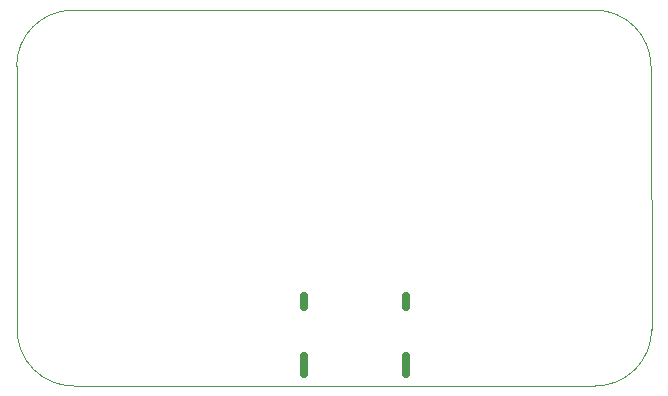
<source format=gbr>
%TF.GenerationSoftware,KiCad,Pcbnew,8.0.8*%
%TF.CreationDate,2025-02-23T23:13:28-08:00*%
%TF.ProjectId,OuterBoard_rev3.1,4f757465-7242-46f6-9172-645f72657633,rev?*%
%TF.SameCoordinates,Original*%
%TF.FileFunction,Profile,NP*%
%FSLAX46Y46*%
G04 Gerber Fmt 4.6, Leading zero omitted, Abs format (unit mm)*
G04 Created by KiCad (PCBNEW 8.0.8) date 2025-02-23 23:13:28*
%MOMM*%
%LPD*%
G01*
G04 APERTURE LIST*
%TA.AperFunction,Profile*%
%ADD10C,0.100000*%
%TD*%
%TA.AperFunction,Profile*%
%ADD11C,0.660400*%
%TD*%
G04 APERTURE END LIST*
D10*
X107086400Y-79425800D02*
X107137200Y-101701600D01*
X156032200Y-74650600D02*
G75*
G02*
X160807400Y-79425800I0J-4775200D01*
G01*
X160807400Y-79425800D02*
X160858200Y-101701600D01*
X111861600Y-74650600D02*
X156032200Y-74650600D01*
X160858200Y-101701600D02*
G75*
G02*
X156083000Y-106476800I-4775200J0D01*
G01*
X111912400Y-106476800D02*
X156083000Y-106476800D01*
X107086400Y-79425800D02*
G75*
G02*
X111861600Y-74650600I4775200J0D01*
G01*
X111912400Y-106476800D02*
G75*
G02*
X107137200Y-101701600I0J4775200D01*
G01*
D11*
%TO.C,J5*%
X131449998Y-99814600D02*
X131449998Y-98824000D01*
X140090002Y-99814600D02*
X140090002Y-98824000D01*
X131449998Y-105428600D02*
X131449998Y-103930000D01*
X140090002Y-105428600D02*
X140090002Y-103930000D01*
%TD*%
M02*

</source>
